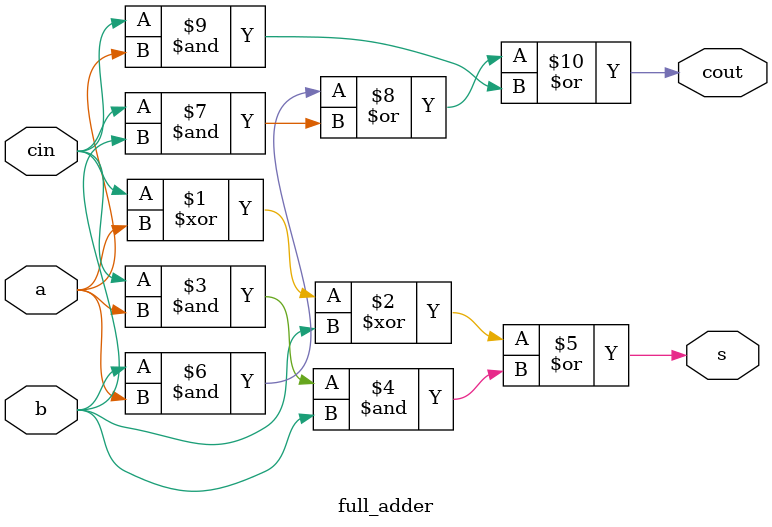
<source format=v>


module bit4_ripple_carry_adder(SW, LEDR);
	
	input [8:0]SW; 	// [3:0] is bitstream A, [7:4] is bitstream B, [8] is Cin
	output [9:0]LEDR; // bitstream of the sum lit up (or down) 
	
	wire c1, c2, c3; 	// to connect the adder modules
	
	full_adder a1(SW[0], SW[4], SW[8], LEDR[0], c1);			//four instances of a full adder to add 4-bit streams
	full_adder a2(SW[1], SW[5], c1, LEDR[1], c2);
	full_adder a3(SW[2], SW[6], c2, LEDR[2], c3);
	full_adder a4(SW[3], SW[7], c3, LEDR[3], LEDR[9]);

endmodule



module  full_adder(a, b, cin, s, cout);

	input a, b, cin;
	output s, cout;

	assign s = (cin^a^b) | (cin&a&b);			//s is 1 if only one or if all the inputs are 1
	assign cout = (b&a) | (cin&b) | (cin&a);	//the three cases where you need to carry over
	
endmodule 
</source>
